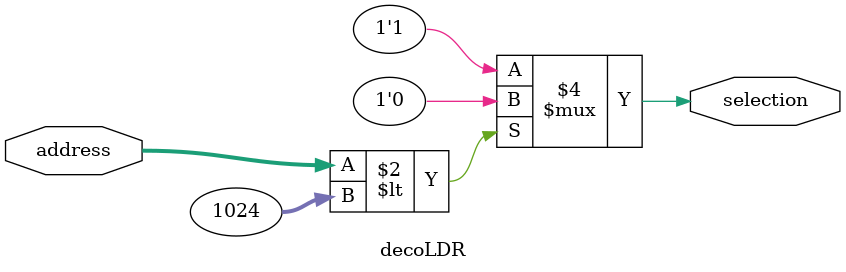
<source format=sv>
module decoLDR (
	input logic unsigned [31:0] address,
	output logic selection 
	);

	always_comb begin
		if (address < 32'd1024) begin
			selection <= 1'b0;
		end // if (address < 32'd1024)
		//else if ((address > 32'd1035) && (address < 32'd1040)) begin
		//	selection <= 1'b1;
		//end // else if ((address > 32'd1035) && (address < 32'd1040))
		else begin
			selection <= 1'b1;
		end
	end // always_comb

endmodule
</source>
